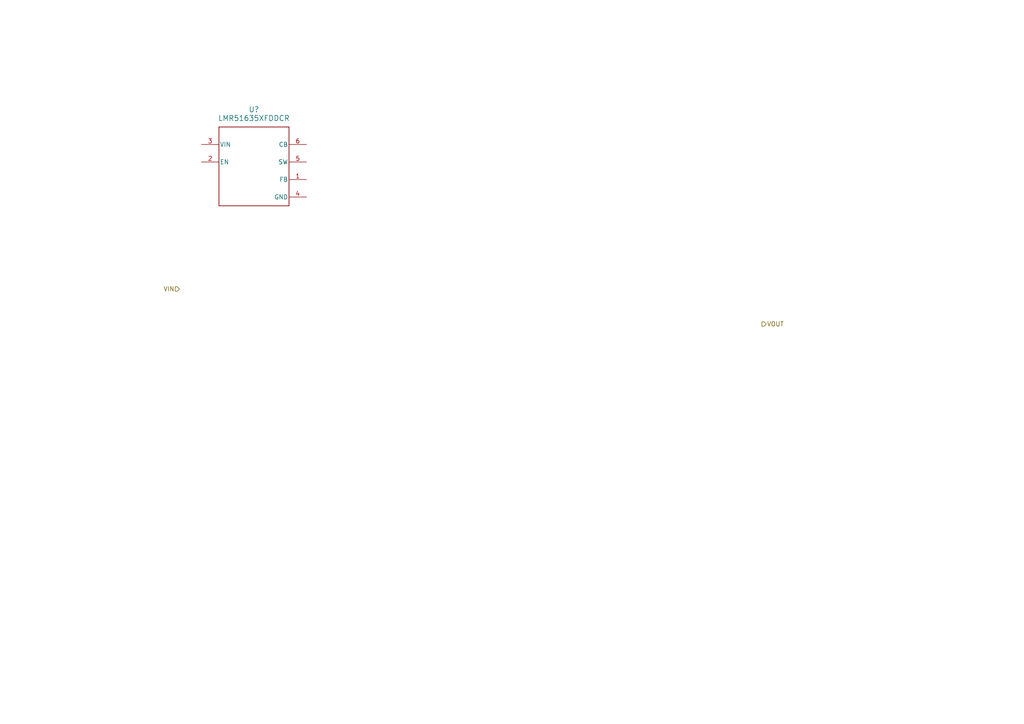
<source format=kicad_sch>
(kicad_sch (version 20250114) (generator "eeschema") (generator_version "9.0")
  (paper "A4")
  (lib_symbols
    (symbol "LMR51635XFDDCR:LMR51635XFDDCR" (pin_names (offset 0.254))
      (property "Reference" "U" (at 0 2.54 0))
      (property "Value" "LMR51635XFDDCR" (at 0 0 0))
      (symbol "LMR51635XFDDCR_0_1"
        (polyline (pts (xy 5.08 5.08) (xy 5.08 -17.78)) (stroke (width 0.2032)))
        (polyline (pts (xy 5.08 -17.78) (xy 25.4 -17.78)) (stroke (width 0.2032)))
        (polyline (pts (xy 25.4 5.08) (xy 5.08 5.08)) (stroke (width 0.2032)))
        (polyline (pts (xy 25.4 -17.78) (xy 25.4 5.08)) (stroke (width 0.2032)))
        (pin power_in line (at 0 0 0) (length 5.08) (name "VIN") (number "3"))
        (pin input line (at 0 -5.08 0) (length 5.08) (name "EN") (number "2"))
        (pin power_in line (at 30.48 0 180) (length 5.08) (name "CB") (number "6"))
        (pin power_in line (at 30.48 -5.08 180) (length 5.08) (name "SW") (number "5"))
        (pin unspecified line (at 30.48 -10.16 180) (length 5.08) (name "FB") (number "1"))
        (pin power_in line (at 30.48 -15.24 180) (length 5.08) (name "GND") (number "4"))
      )
    )
  )
  (hierarchical_label "VOUT" (shape output) (at 220.98 93.98 0))
  (hierarchical_label "VIN" (shape input) (at 52.07 83.82 180))
  (symbol (lib_id "LMR51635XFDDCR:LMR51635XFDDCR") (at 58.42 41.91 0) (unit 1)
    (property "Reference" "U?" (at 73.66 31.75 0) (effects (font (size 1.524 1.524))))
    (property "Value" "LMR51635XFDDCR" (at 73.66 34.29 0) (effects (font (size 1.524 1.524))))
    (property "Footprint" "DDC0006A-MFG" (effects (hide yes)))
    (property "Datasheet" "https://www.ti.com/lit/gpn/lmr51635" (effects (hide yes)))
  )
)
</source>
